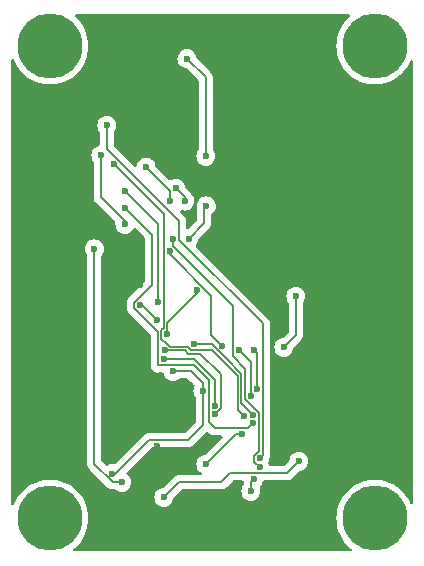
<source format=gbr>
%TF.GenerationSoftware,KiCad,Pcbnew,8.0.8*%
%TF.CreationDate,2025-04-15T16:19:57+05:30*%
%TF.ProjectId,STHDAQ_BX,53544844-4151-45f4-9258-2e6b69636164,rev?*%
%TF.SameCoordinates,Original*%
%TF.FileFunction,Copper,L2,Bot*%
%TF.FilePolarity,Positive*%
%FSLAX46Y46*%
G04 Gerber Fmt 4.6, Leading zero omitted, Abs format (unit mm)*
G04 Created by KiCad (PCBNEW 8.0.8) date 2025-04-15 16:19:57*
%MOMM*%
%LPD*%
G01*
G04 APERTURE LIST*
%TA.AperFunction,ComponentPad*%
%ADD10C,3.600000*%
%TD*%
%TA.AperFunction,ConnectorPad*%
%ADD11C,5.500000*%
%TD*%
%TA.AperFunction,ViaPad*%
%ADD12C,0.600000*%
%TD*%
%TA.AperFunction,Conductor*%
%ADD13C,0.200000*%
%TD*%
G04 APERTURE END LIST*
D10*
%TO.P,H2,1*%
%TO.N,N/C*%
X174000000Y-84200000D03*
D11*
X174000000Y-84200000D03*
%TD*%
D10*
%TO.P,H4,1*%
%TO.N,N/C*%
X201500000Y-124200000D03*
D11*
X201500000Y-124200000D03*
%TD*%
D10*
%TO.P,H1,1*%
%TO.N,N/C*%
X201500000Y-84200000D03*
D11*
X201500000Y-84200000D03*
%TD*%
D10*
%TO.P,H3,1*%
%TO.N,N/C*%
X174000000Y-124200000D03*
D11*
X174000000Y-124200000D03*
%TD*%
D12*
%TO.N,Earth*%
X175496000Y-89140000D03*
X177345000Y-120650000D03*
X179764000Y-89168000D03*
X175514000Y-114280000D03*
X181610000Y-108357500D03*
X183134000Y-114554000D03*
X198660000Y-107560000D03*
X198019500Y-110194000D03*
X181610000Y-100637000D03*
X183048000Y-118110000D03*
X193116200Y-118749000D03*
X179223500Y-117184000D03*
X181610000Y-104447000D03*
X183134000Y-116332000D03*
X189141500Y-86614000D03*
X197190000Y-83566000D03*
X196188500Y-121412000D03*
X181854000Y-90182000D03*
X185601348Y-82741500D03*
X196188500Y-122936000D03*
X196342000Y-126370500D03*
X178054000Y-88238500D03*
X178816000Y-99721500D03*
X188031500Y-82968000D03*
X183742500Y-119787500D03*
X185851800Y-114198999D03*
X183134000Y-112776000D03*
X197196000Y-114824000D03*
X194596000Y-126370500D03*
X185851800Y-112899000D03*
X172612000Y-89860000D03*
%TO.N,REF3.3*%
X178816000Y-90935551D03*
X191773204Y-119129204D03*
%TO.N,REF2.5*%
X185743314Y-100514686D03*
X187245107Y-97750892D03*
X187198000Y-93556000D03*
X186436000Y-104902000D03*
X179296554Y-120423446D03*
X184411436Y-111752564D03*
X183942000Y-108625976D03*
X185601348Y-85281500D03*
X186952000Y-113399861D03*
%TO.N,/XTAL2*%
X191262000Y-120904000D03*
X191008000Y-121920000D03*
%TO.N,/S1+*%
X183642000Y-110744000D03*
X187952000Y-114679073D03*
%TO.N,/S2+*%
X183725736Y-109982000D03*
X183085000Y-107442000D03*
X181610000Y-106172000D03*
X187952000Y-115379076D03*
%TO.N,/DRDY*%
X191224000Y-116149001D03*
X180385000Y-97950077D03*
%TO.N,/CS*%
X180340000Y-96520000D03*
X186182000Y-109474000D03*
X183134000Y-105918000D03*
X191196436Y-115449543D03*
%TO.N,/SYNC{slash}PDWN*%
X190413230Y-115525642D03*
X190246000Y-117094000D03*
X187198000Y-119634000D03*
X179427500Y-94234000D03*
%TO.N,/RESET*%
X178308000Y-93472000D03*
X191770000Y-119888000D03*
X184431446Y-100556554D03*
X180340000Y-99314000D03*
%TO.N,/SCLK*%
X183642000Y-122428000D03*
X180086000Y-121158000D03*
X177761492Y-101384508D03*
X195072000Y-119380000D03*
%TO.N,/DOUT*%
X189992000Y-109982000D03*
X191016001Y-113854894D03*
X184150000Y-101600000D03*
X188581277Y-109614723D03*
%TO.N,/DIN*%
X193802000Y-109728000D03*
X184658000Y-96266000D03*
X191262000Y-109982000D03*
X191516000Y-113284000D03*
X185420000Y-97340000D03*
X194818000Y-105410000D03*
%TO.N,Net-(U5-D10{slash}MOSI)*%
X184150000Y-97340000D03*
X182140000Y-94457394D03*
%TD*%
D13*
%TO.N,REF3.3*%
X184931446Y-100603446D02*
X184931446Y-99030839D01*
X178816000Y-92915393D02*
X178816000Y-90935551D01*
X192024000Y-118878408D02*
X192024000Y-107696000D01*
X192024000Y-107696000D02*
X184931446Y-100603446D01*
X191773204Y-119129204D02*
X192024000Y-118878408D01*
X184931446Y-99030839D02*
X178816000Y-92915393D01*
%TO.N,REF2.5*%
X187043554Y-97952445D02*
X187245107Y-97750892D01*
X185920564Y-111752564D02*
X184411436Y-111752564D01*
X187198000Y-86878152D02*
X185601348Y-85281500D01*
X183942000Y-108625976D02*
X183942000Y-107650000D01*
X182394000Y-117580000D02*
X179550554Y-120423446D01*
X186952000Y-113399861D02*
X186952000Y-112784000D01*
X183942000Y-107650000D02*
X186436000Y-105156000D01*
X186952000Y-112784000D02*
X185920564Y-111752564D01*
X179550554Y-120423446D02*
X179296554Y-120423446D01*
X186436000Y-105156000D02*
X186436000Y-104902000D01*
X186952000Y-116324000D02*
X185696000Y-117580000D01*
X185743314Y-100514686D02*
X187043554Y-99214446D01*
X185696000Y-117580000D02*
X182394000Y-117580000D01*
X187043554Y-99214446D02*
X187043554Y-97952445D01*
X186952000Y-113399861D02*
X186952000Y-116324000D01*
X187198000Y-93556000D02*
X187198000Y-86878152D01*
%TO.N,/XTAL2*%
X191008000Y-121158000D02*
X191262000Y-120904000D01*
X191008000Y-121920000D02*
X191008000Y-121158000D01*
%TO.N,/S1+*%
X187952000Y-114679073D02*
X187952000Y-112514000D01*
X186182000Y-110744000D02*
X183642000Y-110744000D01*
X187952000Y-112514000D02*
X186182000Y-110744000D01*
%TO.N,/S2+*%
X188460000Y-114878180D02*
X187959104Y-115379076D01*
X188460000Y-112006000D02*
X188460000Y-114878180D01*
X185702843Y-110274000D02*
X186728000Y-110274000D01*
X181815000Y-106172000D02*
X181610000Y-106172000D01*
X183725736Y-109982000D02*
X185410843Y-109982000D01*
X187959104Y-115379076D02*
X187952000Y-115379076D01*
X186728000Y-110274000D02*
X188460000Y-112006000D01*
X183085000Y-107442000D02*
X181815000Y-106172000D01*
X185410843Y-109982000D02*
X185702843Y-110274000D01*
%TO.N,/DRDY*%
X190787001Y-116586000D02*
X187960000Y-116586000D01*
X181110000Y-106379107D02*
X181110000Y-105964893D01*
X186182000Y-111252000D02*
X183150000Y-111252000D01*
X191224000Y-116149001D02*
X190787001Y-116586000D01*
X183142000Y-108411107D02*
X181110000Y-106379107D01*
X182634000Y-100199077D02*
X180385000Y-97950077D01*
X187960000Y-116586000D02*
X187452000Y-116078000D01*
X182634000Y-104440893D02*
X182634000Y-100199077D01*
X183142000Y-111260000D02*
X183142000Y-108411107D01*
X187452000Y-116078000D02*
X187452000Y-112522000D01*
X187452000Y-112522000D02*
X186182000Y-111252000D01*
X181110000Y-105964893D02*
X182634000Y-104440893D01*
X183150000Y-111252000D02*
X183142000Y-111260000D01*
%TO.N,/CS*%
X183134000Y-99314000D02*
X180340000Y-96520000D01*
X187733447Y-109474000D02*
X186182000Y-109474000D01*
X190216001Y-114469108D02*
X190216001Y-111984001D01*
X191196436Y-115449543D02*
X190216001Y-114469108D01*
X190216001Y-111984001D02*
X188976000Y-110744000D01*
X188976000Y-110716553D02*
X187733447Y-109474000D01*
X188976000Y-110744000D02*
X188976000Y-110716553D01*
X183134000Y-105918000D02*
X183134000Y-99314000D01*
%TO.N,/SYNC{slash}PDWN*%
X183634000Y-98440500D02*
X179427500Y-94234000D01*
X185974893Y-109974000D02*
X185682000Y-109681107D01*
X183442000Y-109020000D02*
X183442000Y-108286843D01*
X189916001Y-115028413D02*
X189916001Y-112192001D01*
X183442000Y-108286843D02*
X183634000Y-108094843D01*
X183932843Y-109482000D02*
X183904000Y-109482000D01*
X183904000Y-109482000D02*
X183442000Y-109020000D01*
X183634000Y-108094843D02*
X183634000Y-98440500D01*
X185682000Y-109681107D02*
X184131950Y-109681107D01*
X184131950Y-109681107D02*
X183932843Y-109482000D01*
X190246000Y-117094000D02*
X189738000Y-117094000D01*
X187698000Y-109974000D02*
X185974893Y-109974000D01*
X189738000Y-117094000D02*
X187198000Y-119634000D01*
X190413230Y-115525642D02*
X189916001Y-115028413D01*
X189916001Y-112192001D02*
X187698000Y-109974000D01*
%TO.N,/RESET*%
X191273204Y-119391204D02*
X191770000Y-119888000D01*
X184431446Y-100556554D02*
X184431446Y-101174339D01*
X190516001Y-111522001D02*
X190516001Y-114062001D01*
X189484000Y-106226893D02*
X189484000Y-110490000D01*
X178308000Y-97028000D02*
X178308000Y-93472000D01*
X190516001Y-114062001D02*
X191724000Y-115270000D01*
X191724000Y-115270000D02*
X191724000Y-118471301D01*
X191273204Y-118922097D02*
X191273204Y-119391204D01*
X184431446Y-101174339D02*
X189484000Y-106226893D01*
X180340000Y-99060000D02*
X178308000Y-97028000D01*
X189484000Y-110490000D02*
X190516001Y-111522001D01*
X180340000Y-99314000D02*
X180340000Y-99060000D01*
X191724000Y-118471301D02*
X191273204Y-118922097D01*
%TO.N,/SCLK*%
X179324001Y-121158000D02*
X177761492Y-119595491D01*
X184912000Y-121158000D02*
X188482500Y-121158000D01*
X180086000Y-121158000D02*
X179324001Y-121158000D01*
X189252500Y-120388000D02*
X194064000Y-120388000D01*
X188482500Y-121158000D02*
X189252500Y-120388000D01*
X177761492Y-119595491D02*
X177761492Y-101384508D01*
X183642000Y-122428000D02*
X184912000Y-121158000D01*
X194064000Y-120388000D02*
X195072000Y-119380000D01*
%TO.N,/DOUT*%
X187678554Y-105382554D02*
X184150000Y-101854000D01*
X189992000Y-109982000D02*
X191016001Y-111006001D01*
X191016001Y-111006001D02*
X191016001Y-113854894D01*
X187678554Y-108712000D02*
X187678554Y-105382554D01*
X188581277Y-109614723D02*
X187678554Y-108712000D01*
X184150000Y-101854000D02*
X184150000Y-101600000D01*
%TO.N,/DIN*%
X193802000Y-109728000D02*
X194818000Y-108712000D01*
X191516000Y-113284000D02*
X191516000Y-110236000D01*
X194818000Y-108712000D02*
X194818000Y-105410000D01*
X185420000Y-97340000D02*
X185420000Y-97028000D01*
X191516000Y-110236000D02*
X191262000Y-109982000D01*
X185420000Y-97028000D02*
X184658000Y-96266000D01*
%TO.N,Net-(U5-D10{slash}MOSI)*%
X184150000Y-96467394D02*
X182140000Y-94457394D01*
X184150000Y-97340000D02*
X184150000Y-96467394D01*
%TD*%
%TA.AperFunction,Conductor*%
%TO.N,Earth*%
G36*
X199351574Y-81546185D02*
G01*
X199397329Y-81598989D01*
X199407273Y-81668147D01*
X199378248Y-81731703D01*
X199369810Y-81740523D01*
X199136685Y-81961350D01*
X198908505Y-82229983D01*
X198908498Y-82229993D01*
X198710695Y-82521730D01*
X198545597Y-82833137D01*
X198545588Y-82833155D01*
X198415127Y-83160589D01*
X198415126Y-83160591D01*
X198320834Y-83500203D01*
X198320833Y-83500206D01*
X198263808Y-83848045D01*
X198244726Y-84199997D01*
X198244726Y-84200002D01*
X198263808Y-84551954D01*
X198320833Y-84899793D01*
X198320834Y-84899796D01*
X198415126Y-85239408D01*
X198415127Y-85239410D01*
X198545588Y-85566844D01*
X198545593Y-85566854D01*
X198710695Y-85878269D01*
X198845207Y-86076660D01*
X198908498Y-86170006D01*
X198908505Y-86170016D01*
X199098166Y-86393301D01*
X199136686Y-86438650D01*
X199392580Y-86681046D01*
X199673182Y-86894354D01*
X199975202Y-87076074D01*
X199975206Y-87076075D01*
X199975210Y-87076078D01*
X200295088Y-87224070D01*
X200295092Y-87224070D01*
X200295099Y-87224074D01*
X200629122Y-87336619D01*
X200973355Y-87412391D01*
X201323763Y-87450500D01*
X201323769Y-87450500D01*
X201676231Y-87450500D01*
X201676237Y-87450500D01*
X202026645Y-87412391D01*
X202370878Y-87336619D01*
X202704901Y-87224074D01*
X202704908Y-87224070D01*
X202704911Y-87224070D01*
X203024789Y-87076078D01*
X203024798Y-87076074D01*
X203326818Y-86894354D01*
X203607420Y-86681046D01*
X203863314Y-86438650D01*
X204091501Y-86170008D01*
X204289305Y-85878269D01*
X204454407Y-85566854D01*
X204492307Y-85471731D01*
X204535407Y-85416740D01*
X204601396Y-85393779D01*
X204669323Y-85410140D01*
X204717622Y-85460628D01*
X204731500Y-85517629D01*
X204731500Y-122882370D01*
X204711815Y-122949409D01*
X204659011Y-122995164D01*
X204589853Y-123005108D01*
X204526297Y-122976083D01*
X204492307Y-122928267D01*
X204454411Y-122833155D01*
X204454402Y-122833137D01*
X204289305Y-122521731D01*
X204091501Y-122229992D01*
X204091497Y-122229987D01*
X204091494Y-122229983D01*
X203863314Y-121961350D01*
X203825718Y-121925737D01*
X203607420Y-121718954D01*
X203607413Y-121718948D01*
X203607410Y-121718946D01*
X203411023Y-121569657D01*
X203326818Y-121505646D01*
X203326815Y-121505644D01*
X203024802Y-121323928D01*
X203024789Y-121323921D01*
X202704911Y-121175929D01*
X202704906Y-121175928D01*
X202704903Y-121175927D01*
X202704901Y-121175926D01*
X202516659Y-121112500D01*
X202370880Y-121063381D01*
X202026643Y-120987608D01*
X201676238Y-120949500D01*
X201676237Y-120949500D01*
X201323763Y-120949500D01*
X201323761Y-120949500D01*
X200973356Y-120987608D01*
X200629119Y-121063381D01*
X200295093Y-121175928D01*
X200295088Y-121175929D01*
X199975210Y-121323921D01*
X199975197Y-121323928D01*
X199673184Y-121505644D01*
X199392589Y-121718946D01*
X199392580Y-121718954D01*
X199136685Y-121961350D01*
X198908505Y-122229983D01*
X198908498Y-122229993D01*
X198710695Y-122521730D01*
X198545597Y-122833137D01*
X198545588Y-122833155D01*
X198415127Y-123160589D01*
X198415126Y-123160591D01*
X198320834Y-123500203D01*
X198320833Y-123500206D01*
X198263808Y-123848045D01*
X198244726Y-124199997D01*
X198244726Y-124200002D01*
X198263808Y-124551954D01*
X198320833Y-124899793D01*
X198320834Y-124899796D01*
X198415126Y-125239408D01*
X198415127Y-125239410D01*
X198545588Y-125566844D01*
X198545597Y-125566862D01*
X198710695Y-125878269D01*
X198908498Y-126170006D01*
X198908505Y-126170016D01*
X199136685Y-126438649D01*
X199136686Y-126438650D01*
X199392580Y-126681046D01*
X199513619Y-126773057D01*
X199555076Y-126829298D01*
X199559546Y-126899025D01*
X199525610Y-126960099D01*
X199464041Y-126993130D01*
X199438406Y-126995773D01*
X176103732Y-126963478D01*
X176036720Y-126943701D01*
X175991038Y-126890833D01*
X175981191Y-126821661D01*
X176010304Y-126758146D01*
X176028854Y-126740769D01*
X176107420Y-126681046D01*
X176363314Y-126438650D01*
X176591501Y-126170008D01*
X176789305Y-125878269D01*
X176954407Y-125566854D01*
X177084871Y-125239414D01*
X177179168Y-124899788D01*
X177236191Y-124551957D01*
X177255274Y-124200000D01*
X177236191Y-123848043D01*
X177179168Y-123500212D01*
X177105134Y-123233565D01*
X177084873Y-123160591D01*
X177084872Y-123160589D01*
X176954411Y-122833155D01*
X176954402Y-122833137D01*
X176789305Y-122521731D01*
X176591501Y-122229992D01*
X176591497Y-122229987D01*
X176591494Y-122229983D01*
X176363314Y-121961350D01*
X176325718Y-121925737D01*
X176107420Y-121718954D01*
X176107413Y-121718948D01*
X176107410Y-121718946D01*
X175911023Y-121569657D01*
X175826818Y-121505646D01*
X175826815Y-121505644D01*
X175524802Y-121323928D01*
X175524789Y-121323921D01*
X175204911Y-121175929D01*
X175204906Y-121175928D01*
X175204903Y-121175927D01*
X175204901Y-121175926D01*
X175016659Y-121112500D01*
X174870880Y-121063381D01*
X174526643Y-120987608D01*
X174176238Y-120949500D01*
X174176237Y-120949500D01*
X173823763Y-120949500D01*
X173823761Y-120949500D01*
X173473356Y-120987608D01*
X173129119Y-121063381D01*
X172795093Y-121175928D01*
X172795088Y-121175929D01*
X172475210Y-121323921D01*
X172475197Y-121323928D01*
X172173184Y-121505644D01*
X171892589Y-121718946D01*
X171892580Y-121718954D01*
X171636685Y-121961350D01*
X171408505Y-122229983D01*
X171408498Y-122229993D01*
X171210695Y-122521730D01*
X171045597Y-122833137D01*
X171045588Y-122833155D01*
X170967693Y-123028659D01*
X170924593Y-123083651D01*
X170858603Y-123106612D01*
X170790676Y-123090251D01*
X170742378Y-123039763D01*
X170728500Y-122982762D01*
X170728500Y-101384504D01*
X176955927Y-101384504D01*
X176955927Y-101384511D01*
X176976122Y-101563757D01*
X176976123Y-101563762D01*
X177035703Y-101734031D01*
X177131677Y-101886771D01*
X177133937Y-101889605D01*
X177134826Y-101891783D01*
X177135381Y-101892666D01*
X177135226Y-101892763D01*
X177160347Y-101954291D01*
X177160992Y-101966920D01*
X177160992Y-119508821D01*
X177160991Y-119508839D01*
X177160991Y-119674545D01*
X177160990Y-119674545D01*
X177201915Y-119827277D01*
X177201916Y-119827278D01*
X177227577Y-119871724D01*
X177280973Y-119964208D01*
X177399841Y-120083076D01*
X177399847Y-120083081D01*
X178839140Y-121522374D01*
X178839150Y-121522385D01*
X178843480Y-121526715D01*
X178843481Y-121526716D01*
X178955285Y-121638520D01*
X178955287Y-121638521D01*
X178955291Y-121638524D01*
X179065600Y-121702210D01*
X179092217Y-121717577D01*
X179204020Y-121747534D01*
X179244943Y-121758500D01*
X179244944Y-121758500D01*
X179503588Y-121758500D01*
X179570627Y-121778185D01*
X179580903Y-121785555D01*
X179583736Y-121787814D01*
X179583738Y-121787816D01*
X179736478Y-121883789D01*
X179906745Y-121943368D01*
X179906750Y-121943369D01*
X180085996Y-121963565D01*
X180086000Y-121963565D01*
X180086004Y-121963565D01*
X180265249Y-121943369D01*
X180265252Y-121943368D01*
X180265255Y-121943368D01*
X180435522Y-121883789D01*
X180588262Y-121787816D01*
X180715816Y-121660262D01*
X180811789Y-121507522D01*
X180871368Y-121337255D01*
X180872870Y-121323926D01*
X180891565Y-121158003D01*
X180891565Y-121157996D01*
X180871369Y-120978750D01*
X180871368Y-120978745D01*
X180845201Y-120903963D01*
X180811789Y-120808478D01*
X180715816Y-120655738D01*
X180588262Y-120528184D01*
X180539851Y-120497765D01*
X180493561Y-120445431D01*
X180482913Y-120376377D01*
X180511288Y-120312529D01*
X180518143Y-120305091D01*
X181527841Y-119295394D01*
X182606416Y-118216819D01*
X182667739Y-118183334D01*
X182694097Y-118180500D01*
X185609331Y-118180500D01*
X185609347Y-118180501D01*
X185616943Y-118180501D01*
X185775054Y-118180501D01*
X185775057Y-118180501D01*
X185927785Y-118139577D01*
X185977904Y-118110639D01*
X186064716Y-118060520D01*
X186176520Y-117948716D01*
X186176520Y-117948714D01*
X186186728Y-117938507D01*
X186186730Y-117938504D01*
X187237320Y-116887913D01*
X187298641Y-116854430D01*
X187368333Y-116859414D01*
X187412680Y-116887915D01*
X187475139Y-116950374D01*
X187475149Y-116950385D01*
X187479479Y-116954715D01*
X187479480Y-116954716D01*
X187591284Y-117066520D01*
X187591286Y-117066521D01*
X187591290Y-117066524D01*
X187699370Y-117128923D01*
X187728216Y-117145577D01*
X187830773Y-117173057D01*
X187880942Y-117186500D01*
X187880943Y-117186500D01*
X188496903Y-117186500D01*
X188563942Y-117206185D01*
X188609697Y-117258989D01*
X188619641Y-117328147D01*
X188590616Y-117391703D01*
X188584584Y-117398181D01*
X187179465Y-118803298D01*
X187118142Y-118836783D01*
X187105668Y-118838837D01*
X187018750Y-118848630D01*
X186848478Y-118908210D01*
X186695737Y-119004184D01*
X186568184Y-119131737D01*
X186472211Y-119284476D01*
X186412631Y-119454745D01*
X186412630Y-119454750D01*
X186392435Y-119633996D01*
X186392435Y-119634003D01*
X186412630Y-119813249D01*
X186412631Y-119813254D01*
X186472211Y-119983523D01*
X186568184Y-120136262D01*
X186695738Y-120263816D01*
X186754712Y-120300872D01*
X186798691Y-120328506D01*
X186844982Y-120380841D01*
X186855630Y-120449895D01*
X186827255Y-120513743D01*
X186768865Y-120552115D01*
X186732719Y-120557500D01*
X184991057Y-120557500D01*
X184832942Y-120557500D01*
X184680215Y-120598423D01*
X184680214Y-120598423D01*
X184680212Y-120598424D01*
X184680209Y-120598425D01*
X184630096Y-120627359D01*
X184630095Y-120627360D01*
X184586689Y-120652420D01*
X184543285Y-120677479D01*
X184543282Y-120677481D01*
X184431478Y-120789286D01*
X183623465Y-121597298D01*
X183562142Y-121630783D01*
X183549668Y-121632837D01*
X183462750Y-121642630D01*
X183292478Y-121702210D01*
X183139737Y-121798184D01*
X183012184Y-121925737D01*
X182916211Y-122078476D01*
X182856631Y-122248745D01*
X182856630Y-122248750D01*
X182836435Y-122427996D01*
X182836435Y-122428003D01*
X182856630Y-122607249D01*
X182856631Y-122607254D01*
X182916211Y-122777523D01*
X182982091Y-122882370D01*
X183012184Y-122930262D01*
X183139738Y-123057816D01*
X183292478Y-123153789D01*
X183462745Y-123213368D01*
X183462750Y-123213369D01*
X183641996Y-123233565D01*
X183642000Y-123233565D01*
X183642004Y-123233565D01*
X183821249Y-123213369D01*
X183821252Y-123213368D01*
X183821255Y-123213368D01*
X183991522Y-123153789D01*
X184144262Y-123057816D01*
X184271816Y-122930262D01*
X184367789Y-122777522D01*
X184427368Y-122607255D01*
X184437161Y-122520329D01*
X184464226Y-122455918D01*
X184472690Y-122446543D01*
X185124416Y-121794819D01*
X185185739Y-121761334D01*
X185212097Y-121758500D01*
X188395831Y-121758500D01*
X188395847Y-121758501D01*
X188403443Y-121758501D01*
X188561554Y-121758501D01*
X188561557Y-121758501D01*
X188714285Y-121717577D01*
X188764404Y-121688639D01*
X188851216Y-121638520D01*
X188963020Y-121526716D01*
X188963020Y-121526714D01*
X188973228Y-121516507D01*
X188973229Y-121516504D01*
X189464916Y-121024819D01*
X189526239Y-120991334D01*
X189552597Y-120988500D01*
X190283499Y-120988500D01*
X190350538Y-121008185D01*
X190396293Y-121060989D01*
X190407499Y-121112500D01*
X190407499Y-121247046D01*
X190407500Y-121247059D01*
X190407500Y-121337587D01*
X190387815Y-121404626D01*
X190380450Y-121414896D01*
X190378186Y-121417734D01*
X190282211Y-121570476D01*
X190222631Y-121740745D01*
X190222630Y-121740750D01*
X190202435Y-121919996D01*
X190202435Y-121920003D01*
X190222630Y-122099249D01*
X190222631Y-122099254D01*
X190282211Y-122269523D01*
X190378184Y-122422262D01*
X190505738Y-122549816D01*
X190658478Y-122645789D01*
X190828745Y-122705368D01*
X190828750Y-122705369D01*
X191007996Y-122725565D01*
X191008000Y-122725565D01*
X191008004Y-122725565D01*
X191187249Y-122705369D01*
X191187252Y-122705368D01*
X191187255Y-122705368D01*
X191357522Y-122645789D01*
X191510262Y-122549816D01*
X191637816Y-122422262D01*
X191733789Y-122269522D01*
X191793368Y-122099255D01*
X191795709Y-122078478D01*
X191813565Y-121920003D01*
X191813565Y-121919996D01*
X191793369Y-121740750D01*
X191793367Y-121740740D01*
X191765206Y-121660262D01*
X191757917Y-121639434D01*
X191754355Y-121569657D01*
X191787275Y-121510802D01*
X191891816Y-121406262D01*
X191987789Y-121253522D01*
X192047368Y-121083255D01*
X192047368Y-121083254D01*
X192049668Y-121076682D01*
X192051278Y-121077245D01*
X192081092Y-121023937D01*
X192142750Y-120991074D01*
X192167882Y-120988500D01*
X193977331Y-120988500D01*
X193977347Y-120988501D01*
X193984943Y-120988501D01*
X194143054Y-120988501D01*
X194143057Y-120988501D01*
X194295785Y-120947577D01*
X194371321Y-120903966D01*
X194432716Y-120868520D01*
X194544520Y-120756716D01*
X194544520Y-120756714D01*
X194554724Y-120746511D01*
X194554728Y-120746506D01*
X195090535Y-120210698D01*
X195151856Y-120177215D01*
X195164311Y-120175163D01*
X195251255Y-120165368D01*
X195421522Y-120105789D01*
X195574262Y-120009816D01*
X195701816Y-119882262D01*
X195797789Y-119729522D01*
X195857368Y-119559255D01*
X195862193Y-119516434D01*
X195877565Y-119380003D01*
X195877565Y-119379996D01*
X195857369Y-119200750D01*
X195857368Y-119200745D01*
X195797788Y-119030476D01*
X195701815Y-118877737D01*
X195574262Y-118750184D01*
X195421523Y-118654211D01*
X195251254Y-118594631D01*
X195251249Y-118594630D01*
X195072004Y-118574435D01*
X195071996Y-118574435D01*
X194892750Y-118594630D01*
X194892745Y-118594631D01*
X194722476Y-118654211D01*
X194569737Y-118750184D01*
X194442184Y-118877737D01*
X194346210Y-119030478D01*
X194286630Y-119200750D01*
X194276837Y-119287668D01*
X194249770Y-119352082D01*
X194241298Y-119361465D01*
X193851584Y-119751181D01*
X193790261Y-119784666D01*
X193763903Y-119787500D01*
X192670908Y-119787500D01*
X192603869Y-119767815D01*
X192558114Y-119715011D01*
X192553867Y-119704455D01*
X192543401Y-119674545D01*
X192501266Y-119554132D01*
X192497705Y-119484356D01*
X192501261Y-119472244D01*
X192558572Y-119308459D01*
X192559013Y-119304552D01*
X192577954Y-119136433D01*
X192582647Y-119118360D01*
X192581473Y-119118046D01*
X192604936Y-119030478D01*
X192624500Y-118957465D01*
X192624500Y-118799351D01*
X192624500Y-109727996D01*
X192996435Y-109727996D01*
X192996435Y-109728003D01*
X193016630Y-109907249D01*
X193016631Y-109907254D01*
X193076211Y-110077523D01*
X193172184Y-110230262D01*
X193299738Y-110357816D01*
X193452478Y-110453789D01*
X193622745Y-110513368D01*
X193622750Y-110513369D01*
X193801996Y-110533565D01*
X193802000Y-110533565D01*
X193802004Y-110533565D01*
X193981249Y-110513369D01*
X193981252Y-110513368D01*
X193981255Y-110513368D01*
X194151522Y-110453789D01*
X194304262Y-110357816D01*
X194431816Y-110230262D01*
X194527789Y-110077522D01*
X194587368Y-109907255D01*
X194597161Y-109820329D01*
X194624226Y-109755918D01*
X194632690Y-109746543D01*
X195176506Y-109202728D01*
X195176511Y-109202724D01*
X195186714Y-109192520D01*
X195186716Y-109192520D01*
X195298520Y-109080716D01*
X195361438Y-108971738D01*
X195377577Y-108943785D01*
X195418501Y-108791057D01*
X195418501Y-108632943D01*
X195418501Y-108625348D01*
X195418500Y-108625330D01*
X195418500Y-105992412D01*
X195438185Y-105925373D01*
X195445555Y-105915097D01*
X195447810Y-105912267D01*
X195447816Y-105912262D01*
X195543789Y-105759522D01*
X195603368Y-105589255D01*
X195603369Y-105589249D01*
X195623565Y-105410003D01*
X195623565Y-105409996D01*
X195603369Y-105230750D01*
X195603368Y-105230745D01*
X195543788Y-105060476D01*
X195447815Y-104907737D01*
X195320262Y-104780184D01*
X195167523Y-104684211D01*
X194997254Y-104624631D01*
X194997249Y-104624630D01*
X194818004Y-104604435D01*
X194817996Y-104604435D01*
X194638750Y-104624630D01*
X194638745Y-104624631D01*
X194468476Y-104684211D01*
X194315737Y-104780184D01*
X194188184Y-104907737D01*
X194092211Y-105060476D01*
X194032631Y-105230745D01*
X194032630Y-105230750D01*
X194012435Y-105409996D01*
X194012435Y-105410003D01*
X194032630Y-105589249D01*
X194032631Y-105589254D01*
X194092211Y-105759523D01*
X194152515Y-105855496D01*
X194171579Y-105885836D01*
X194188185Y-105912263D01*
X194190445Y-105915097D01*
X194191334Y-105917275D01*
X194191889Y-105918158D01*
X194191734Y-105918255D01*
X194216855Y-105979783D01*
X194217500Y-105992412D01*
X194217500Y-108411902D01*
X194197815Y-108478941D01*
X194181181Y-108499583D01*
X193783465Y-108897298D01*
X193722142Y-108930783D01*
X193709668Y-108932837D01*
X193622750Y-108942630D01*
X193452478Y-109002210D01*
X193299737Y-109098184D01*
X193172184Y-109225737D01*
X193076211Y-109378476D01*
X193016631Y-109548745D01*
X193016630Y-109548750D01*
X192996435Y-109727996D01*
X192624500Y-109727996D01*
X192624500Y-107616943D01*
X192602615Y-107535266D01*
X192583577Y-107464215D01*
X192554639Y-107414095D01*
X192504520Y-107327284D01*
X192392716Y-107215480D01*
X192392715Y-107215479D01*
X192388385Y-107211149D01*
X192388374Y-107211139D01*
X186371337Y-101194102D01*
X186337852Y-101132779D01*
X186342836Y-101063087D01*
X186368921Y-101022504D01*
X186368786Y-101022396D01*
X186369846Y-101021066D01*
X186371348Y-101018729D01*
X186373130Y-101016948D01*
X186469103Y-100864208D01*
X186528682Y-100693941D01*
X186538475Y-100607015D01*
X186565540Y-100542604D01*
X186574004Y-100533229D01*
X187402060Y-99705174D01*
X187402065Y-99705170D01*
X187412268Y-99694966D01*
X187412270Y-99694966D01*
X187524074Y-99583162D01*
X187575981Y-99493255D01*
X187603131Y-99446231D01*
X187644055Y-99293503D01*
X187644055Y-99135389D01*
X187644055Y-99127794D01*
X187644054Y-99127776D01*
X187644054Y-98514157D01*
X187663739Y-98447118D01*
X187702083Y-98409163D01*
X187747366Y-98380710D01*
X187747366Y-98380709D01*
X187747369Y-98380708D01*
X187874923Y-98253154D01*
X187970896Y-98100414D01*
X188030475Y-97930147D01*
X188036871Y-97873382D01*
X188050672Y-97750895D01*
X188050672Y-97750888D01*
X188030476Y-97571642D01*
X188030475Y-97571637D01*
X188010863Y-97515590D01*
X187970896Y-97401370D01*
X187967972Y-97396717D01*
X187906935Y-97299577D01*
X187874923Y-97248630D01*
X187747369Y-97121076D01*
X187725053Y-97107054D01*
X187594630Y-97025103D01*
X187424361Y-96965523D01*
X187424356Y-96965522D01*
X187245111Y-96945327D01*
X187245103Y-96945327D01*
X187065857Y-96965522D01*
X187065852Y-96965523D01*
X186895583Y-97025103D01*
X186742844Y-97121076D01*
X186615291Y-97248629D01*
X186519318Y-97401368D01*
X186459738Y-97571637D01*
X186459737Y-97571642D01*
X186439542Y-97750888D01*
X186439542Y-97750895D01*
X186447670Y-97823037D01*
X186444225Y-97869012D01*
X186443053Y-97873382D01*
X186443053Y-98041491D01*
X186443054Y-98041504D01*
X186443054Y-98914348D01*
X186423369Y-98981387D01*
X186406735Y-99002029D01*
X185743627Y-99665137D01*
X185682304Y-99698622D01*
X185612612Y-99693638D01*
X185556679Y-99651766D01*
X185532262Y-99586302D01*
X185531946Y-99577456D01*
X185531946Y-99119899D01*
X185531947Y-99119886D01*
X185531947Y-98951783D01*
X185491022Y-98799053D01*
X185491019Y-98799048D01*
X185411970Y-98662129D01*
X185411964Y-98662121D01*
X185062615Y-98312772D01*
X185029130Y-98251449D01*
X185034114Y-98181757D01*
X185075986Y-98125824D01*
X185141450Y-98101407D01*
X185191251Y-98108050D01*
X185240737Y-98125366D01*
X185240743Y-98125367D01*
X185240745Y-98125368D01*
X185240746Y-98125368D01*
X185240750Y-98125369D01*
X185419996Y-98145565D01*
X185420000Y-98145565D01*
X185420004Y-98145565D01*
X185599249Y-98125369D01*
X185599252Y-98125368D01*
X185599255Y-98125368D01*
X185769522Y-98065789D01*
X185922262Y-97969816D01*
X186049816Y-97842262D01*
X186145789Y-97689522D01*
X186205368Y-97519255D01*
X186205782Y-97515585D01*
X186225565Y-97340003D01*
X186225565Y-97339996D01*
X186205369Y-97160750D01*
X186205368Y-97160745D01*
X186157905Y-97025103D01*
X186145789Y-96990478D01*
X186130109Y-96965524D01*
X186049815Y-96837737D01*
X185951894Y-96739816D01*
X185932187Y-96714134D01*
X185923593Y-96699249D01*
X185900520Y-96659284D01*
X185488699Y-96247464D01*
X185455215Y-96186142D01*
X185453163Y-96173686D01*
X185443368Y-96086745D01*
X185383789Y-95916478D01*
X185287816Y-95763738D01*
X185160262Y-95636184D01*
X185145888Y-95627152D01*
X185007523Y-95540211D01*
X184837254Y-95480631D01*
X184837249Y-95480630D01*
X184658004Y-95460435D01*
X184657996Y-95460435D01*
X184478750Y-95480630D01*
X184478737Y-95480633D01*
X184308481Y-95540209D01*
X184308478Y-95540211D01*
X184247011Y-95578832D01*
X184179776Y-95597832D01*
X184112941Y-95577464D01*
X184093360Y-95561519D01*
X182970700Y-94438859D01*
X182937215Y-94377536D01*
X182935163Y-94365080D01*
X182925368Y-94278139D01*
X182865789Y-94107872D01*
X182769816Y-93955132D01*
X182642262Y-93827578D01*
X182632624Y-93821522D01*
X182489523Y-93731605D01*
X182319254Y-93672025D01*
X182319249Y-93672024D01*
X182140004Y-93651829D01*
X182139996Y-93651829D01*
X181960750Y-93672024D01*
X181960745Y-93672025D01*
X181790476Y-93731605D01*
X181637737Y-93827578D01*
X181510184Y-93955131D01*
X181414211Y-94107870D01*
X181354631Y-94278139D01*
X181354630Y-94278143D01*
X181350383Y-94315843D01*
X181323316Y-94380257D01*
X181265721Y-94419812D01*
X181195884Y-94421949D01*
X181139482Y-94389640D01*
X180305845Y-93556003D01*
X179452819Y-92702976D01*
X179419334Y-92641653D01*
X179416500Y-92615295D01*
X179416500Y-91517963D01*
X179436185Y-91450924D01*
X179443555Y-91440648D01*
X179445810Y-91437818D01*
X179445816Y-91437813D01*
X179541789Y-91285073D01*
X179601368Y-91114806D01*
X179621565Y-90935551D01*
X179601368Y-90756296D01*
X179541789Y-90586029D01*
X179445816Y-90433289D01*
X179318262Y-90305735D01*
X179165523Y-90209762D01*
X178995254Y-90150182D01*
X178995249Y-90150181D01*
X178816004Y-90129986D01*
X178815996Y-90129986D01*
X178636750Y-90150181D01*
X178636745Y-90150182D01*
X178466476Y-90209762D01*
X178313737Y-90305735D01*
X178186184Y-90433288D01*
X178090211Y-90586027D01*
X178030631Y-90756296D01*
X178030630Y-90756301D01*
X178010435Y-90935547D01*
X178010435Y-90935554D01*
X178030630Y-91114800D01*
X178030631Y-91114805D01*
X178090211Y-91285074D01*
X178186185Y-91437814D01*
X178188445Y-91440648D01*
X178189334Y-91442826D01*
X178189889Y-91443709D01*
X178189734Y-91443806D01*
X178214855Y-91505334D01*
X178215500Y-91517963D01*
X178215500Y-92568292D01*
X178195815Y-92635331D01*
X178143011Y-92681086D01*
X178132455Y-92685334D01*
X177958476Y-92746211D01*
X177805737Y-92842184D01*
X177678184Y-92969737D01*
X177582211Y-93122476D01*
X177522631Y-93292745D01*
X177522630Y-93292750D01*
X177502435Y-93471996D01*
X177502435Y-93472003D01*
X177522630Y-93651249D01*
X177522631Y-93651254D01*
X177582211Y-93821523D01*
X177678185Y-93974263D01*
X177680445Y-93977097D01*
X177681334Y-93979275D01*
X177681889Y-93980158D01*
X177681734Y-93980255D01*
X177706855Y-94041783D01*
X177707500Y-94054412D01*
X177707500Y-96941330D01*
X177707499Y-96941348D01*
X177707499Y-97107054D01*
X177707498Y-97107054D01*
X177748424Y-97259789D01*
X177748425Y-97259790D01*
X177771396Y-97299576D01*
X177771397Y-97299577D01*
X177827477Y-97396712D01*
X177827481Y-97396717D01*
X177946349Y-97515585D01*
X177946355Y-97515590D01*
X179513508Y-99082743D01*
X179546993Y-99144066D01*
X179549047Y-99184307D01*
X179534435Y-99313996D01*
X179534435Y-99314003D01*
X179554630Y-99493249D01*
X179554631Y-99493251D01*
X179614211Y-99663523D01*
X179640380Y-99705170D01*
X179710184Y-99816262D01*
X179837738Y-99943816D01*
X179990478Y-100039789D01*
X180160745Y-100099368D01*
X180160750Y-100099369D01*
X180339996Y-100119565D01*
X180340000Y-100119565D01*
X180340004Y-100119565D01*
X180519249Y-100099369D01*
X180519252Y-100099368D01*
X180519255Y-100099368D01*
X180689522Y-100039789D01*
X180842262Y-99943816D01*
X180969816Y-99816262D01*
X181053841Y-99682536D01*
X181106176Y-99636246D01*
X181175229Y-99625598D01*
X181239078Y-99653973D01*
X181246516Y-99660828D01*
X181997181Y-100411493D01*
X182030666Y-100472816D01*
X182033500Y-100499174D01*
X182033500Y-104140795D01*
X182013815Y-104207834D01*
X181997181Y-104228476D01*
X180629481Y-105596175D01*
X180629475Y-105596183D01*
X180588408Y-105667315D01*
X180588408Y-105667316D01*
X180550423Y-105733108D01*
X180509499Y-105885836D01*
X180509499Y-105885838D01*
X180509499Y-106053939D01*
X180509500Y-106053952D01*
X180509500Y-106292437D01*
X180509499Y-106292455D01*
X180509499Y-106458161D01*
X180509498Y-106458161D01*
X180550423Y-106610893D01*
X180550424Y-106610894D01*
X180569416Y-106643789D01*
X180629481Y-106747824D01*
X180748349Y-106866692D01*
X180748355Y-106866697D01*
X182505181Y-108623523D01*
X182538666Y-108684846D01*
X182541500Y-108711204D01*
X182541500Y-111173330D01*
X182541499Y-111173348D01*
X182541499Y-111339054D01*
X182541498Y-111339054D01*
X182582424Y-111491787D01*
X182601876Y-111525478D01*
X182601877Y-111525481D01*
X182661475Y-111628709D01*
X182661479Y-111628714D01*
X182661480Y-111628716D01*
X182773284Y-111740520D01*
X182773286Y-111740521D01*
X182773290Y-111740524D01*
X182831645Y-111774215D01*
X182831650Y-111774217D01*
X182910209Y-111819574D01*
X182910210Y-111819575D01*
X182910212Y-111819575D01*
X182910215Y-111819577D01*
X183062943Y-111860501D01*
X183062946Y-111860501D01*
X183221055Y-111860501D01*
X183221057Y-111860501D01*
X183231831Y-111857613D01*
X183235150Y-111856725D01*
X183267242Y-111852500D01*
X183510330Y-111852500D01*
X183577369Y-111872185D01*
X183623124Y-111924989D01*
X183627372Y-111935546D01*
X183685646Y-112102085D01*
X183685647Y-112102086D01*
X183781620Y-112254826D01*
X183909174Y-112382380D01*
X183923504Y-112391384D01*
X184041840Y-112465740D01*
X184061914Y-112478353D01*
X184232181Y-112537932D01*
X184232186Y-112537933D01*
X184411432Y-112558129D01*
X184411436Y-112558129D01*
X184411440Y-112558129D01*
X184590685Y-112537933D01*
X184590688Y-112537932D01*
X184590691Y-112537932D01*
X184760958Y-112478353D01*
X184913698Y-112382380D01*
X184913703Y-112382374D01*
X184916533Y-112380119D01*
X184918711Y-112379229D01*
X184919594Y-112378675D01*
X184919691Y-112378829D01*
X184981219Y-112353709D01*
X184993848Y-112353064D01*
X185620467Y-112353064D01*
X185687506Y-112372749D01*
X185708148Y-112389383D01*
X186211426Y-112892661D01*
X186244911Y-112953984D01*
X186239927Y-113023676D01*
X186228746Y-113046303D01*
X186226210Y-113050339D01*
X186166633Y-113220598D01*
X186166630Y-113220611D01*
X186146435Y-113399857D01*
X186146435Y-113399864D01*
X186166630Y-113579110D01*
X186166631Y-113579115D01*
X186226211Y-113749384D01*
X186322185Y-113902124D01*
X186324445Y-113904958D01*
X186325334Y-113907136D01*
X186325889Y-113908019D01*
X186325734Y-113908116D01*
X186350855Y-113969644D01*
X186351500Y-113982273D01*
X186351500Y-116023903D01*
X186331815Y-116090942D01*
X186315181Y-116111584D01*
X185483584Y-116943181D01*
X185422261Y-116976666D01*
X185395903Y-116979500D01*
X182480669Y-116979500D01*
X182480653Y-116979499D01*
X182473057Y-116979499D01*
X182314943Y-116979499D01*
X182207587Y-117008265D01*
X182162210Y-117020424D01*
X182162209Y-117020425D01*
X182112096Y-117049359D01*
X182112095Y-117049360D01*
X182082373Y-117066520D01*
X182025285Y-117099479D01*
X182025282Y-117099481D01*
X181913478Y-117211286D01*
X179527809Y-119596954D01*
X179466486Y-119630439D01*
X179426245Y-119632493D01*
X179296558Y-119617881D01*
X179296550Y-119617881D01*
X179117304Y-119638076D01*
X179117291Y-119638079D01*
X178947035Y-119697655D01*
X178947026Y-119697659D01*
X178886970Y-119735395D01*
X178819734Y-119754395D01*
X178752898Y-119734027D01*
X178733318Y-119718082D01*
X178398311Y-119383075D01*
X178364826Y-119321752D01*
X178361992Y-119295394D01*
X178361992Y-101966920D01*
X178381677Y-101899881D01*
X178389047Y-101889605D01*
X178391302Y-101886775D01*
X178391308Y-101886770D01*
X178487281Y-101734030D01*
X178546860Y-101563763D01*
X178567057Y-101384508D01*
X178546860Y-101205253D01*
X178487281Y-101034986D01*
X178478534Y-101021066D01*
X178391307Y-100882245D01*
X178263754Y-100754692D01*
X178111015Y-100658719D01*
X177940746Y-100599139D01*
X177940741Y-100599138D01*
X177761496Y-100578943D01*
X177761488Y-100578943D01*
X177582242Y-100599138D01*
X177582237Y-100599139D01*
X177411968Y-100658719D01*
X177259229Y-100754692D01*
X177131676Y-100882245D01*
X177035703Y-101034984D01*
X176976123Y-101205253D01*
X176976122Y-101205258D01*
X176955927Y-101384504D01*
X170728500Y-101384504D01*
X170728500Y-85417237D01*
X170748185Y-85350198D01*
X170800989Y-85304443D01*
X170870147Y-85294499D01*
X170933703Y-85323524D01*
X170967693Y-85371340D01*
X171045588Y-85566844D01*
X171045593Y-85566854D01*
X171210695Y-85878269D01*
X171345207Y-86076660D01*
X171408498Y-86170006D01*
X171408505Y-86170016D01*
X171598166Y-86393301D01*
X171636686Y-86438650D01*
X171892580Y-86681046D01*
X172173182Y-86894354D01*
X172475202Y-87076074D01*
X172475206Y-87076075D01*
X172475210Y-87076078D01*
X172795088Y-87224070D01*
X172795092Y-87224070D01*
X172795099Y-87224074D01*
X173129122Y-87336619D01*
X173473355Y-87412391D01*
X173823763Y-87450500D01*
X173823769Y-87450500D01*
X174176231Y-87450500D01*
X174176237Y-87450500D01*
X174526645Y-87412391D01*
X174870878Y-87336619D01*
X175204901Y-87224074D01*
X175204908Y-87224070D01*
X175204911Y-87224070D01*
X175524789Y-87076078D01*
X175524798Y-87076074D01*
X175826818Y-86894354D01*
X176107420Y-86681046D01*
X176363314Y-86438650D01*
X176591501Y-86170008D01*
X176789305Y-85878269D01*
X176954407Y-85566854D01*
X177068104Y-85281496D01*
X184795783Y-85281496D01*
X184795783Y-85281503D01*
X184815978Y-85460749D01*
X184815979Y-85460754D01*
X184875559Y-85631023D01*
X184971532Y-85783762D01*
X185099086Y-85911316D01*
X185251826Y-86007289D01*
X185422093Y-86066868D01*
X185509017Y-86076661D01*
X185573428Y-86103726D01*
X185582813Y-86112200D01*
X186561181Y-87090568D01*
X186594666Y-87151891D01*
X186597500Y-87178249D01*
X186597500Y-92973587D01*
X186577815Y-93040626D01*
X186570450Y-93050896D01*
X186568186Y-93053734D01*
X186472211Y-93206476D01*
X186412631Y-93376745D01*
X186412630Y-93376750D01*
X186392435Y-93555996D01*
X186392435Y-93556003D01*
X186412630Y-93735249D01*
X186412631Y-93735254D01*
X186472211Y-93905523D01*
X186565765Y-94054412D01*
X186568184Y-94058262D01*
X186695738Y-94185816D01*
X186848478Y-94281789D01*
X186945799Y-94315843D01*
X187018745Y-94341368D01*
X187018750Y-94341369D01*
X187197996Y-94361565D01*
X187198000Y-94361565D01*
X187198004Y-94361565D01*
X187377249Y-94341369D01*
X187377252Y-94341368D01*
X187377255Y-94341368D01*
X187547522Y-94281789D01*
X187700262Y-94185816D01*
X187827816Y-94058262D01*
X187923789Y-93905522D01*
X187983368Y-93735255D01*
X187983369Y-93735249D01*
X188003565Y-93556003D01*
X188003565Y-93555996D01*
X187983369Y-93376750D01*
X187983368Y-93376745D01*
X187923788Y-93206476D01*
X187827813Y-93053734D01*
X187825550Y-93050896D01*
X187824659Y-93048715D01*
X187824111Y-93047842D01*
X187824264Y-93047745D01*
X187799144Y-92986209D01*
X187798500Y-92973587D01*
X187798500Y-86967211D01*
X187798501Y-86967198D01*
X187798501Y-86799097D01*
X187798501Y-86799095D01*
X187757577Y-86646367D01*
X187728639Y-86596247D01*
X187678520Y-86509436D01*
X187566716Y-86397632D01*
X187566715Y-86397631D01*
X187562385Y-86393301D01*
X187562374Y-86393291D01*
X186432048Y-85262965D01*
X186398563Y-85201642D01*
X186396511Y-85189186D01*
X186386716Y-85102245D01*
X186327137Y-84931978D01*
X186231164Y-84779238D01*
X186103610Y-84651684D01*
X185950871Y-84555711D01*
X185780602Y-84496131D01*
X185780597Y-84496130D01*
X185601352Y-84475935D01*
X185601344Y-84475935D01*
X185422098Y-84496130D01*
X185422093Y-84496131D01*
X185251824Y-84555711D01*
X185099085Y-84651684D01*
X184971532Y-84779237D01*
X184875559Y-84931976D01*
X184815979Y-85102245D01*
X184815978Y-85102250D01*
X184795783Y-85281496D01*
X177068104Y-85281496D01*
X177084871Y-85239414D01*
X177095359Y-85201642D01*
X177113180Y-85137453D01*
X177179168Y-84899788D01*
X177236191Y-84551957D01*
X177255274Y-84200000D01*
X177236191Y-83848043D01*
X177179168Y-83500212D01*
X177088713Y-83174422D01*
X177084873Y-83160591D01*
X177084872Y-83160589D01*
X176954411Y-82833155D01*
X176954402Y-82833137D01*
X176789305Y-82521731D01*
X176591501Y-82229992D01*
X176591497Y-82229987D01*
X176591494Y-82229983D01*
X176363314Y-81961350D01*
X176130190Y-81740523D01*
X176095057Y-81680129D01*
X176098152Y-81610328D01*
X176138494Y-81553281D01*
X176203273Y-81527101D01*
X176215465Y-81526500D01*
X199284535Y-81526500D01*
X199351574Y-81546185D01*
G37*
%TD.AperFunction*%
%TD*%
M02*

</source>
